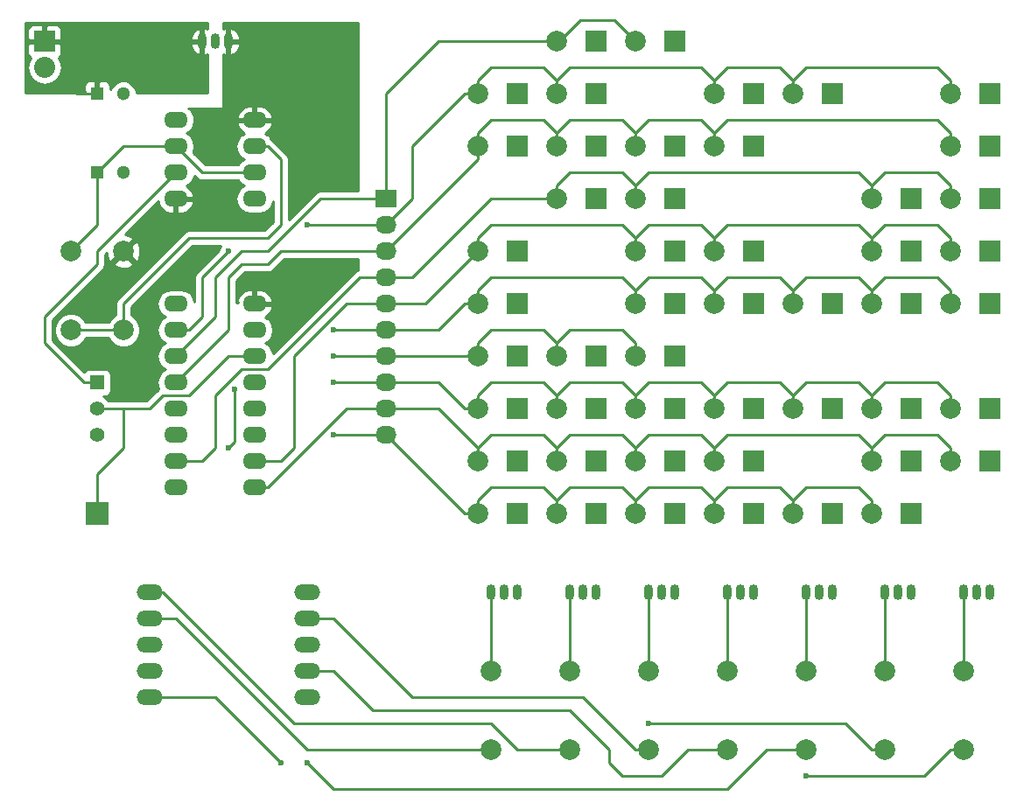
<source format=gbr>
G04 #@! TF.FileFunction,Copper,L1,Top,Signal*
%FSLAX46Y46*%
G04 Gerber Fmt 4.6, Leading zero omitted, Abs format (unit mm)*
G04 Created by KiCad (PCBNEW 4.0.5+dfsg1-4) date Sun May 13 10:15:53 2018*
%MOMM*%
%LPD*%
G01*
G04 APERTURE LIST*
%ADD10C,0.100000*%
%ADD11R,1.300000X1.300000*%
%ADD12C,1.300000*%
%ADD13C,1.998980*%
%ADD14R,1.998980X1.998980*%
%ADD15R,2.032000X2.032000*%
%ADD16O,2.032000X2.032000*%
%ADD17R,2.235200X2.235200*%
%ADD18R,2.032000X1.727200*%
%ADD19O,2.032000X1.727200*%
%ADD20O,0.899160X1.501140*%
%ADD21R,1.397000X1.397000*%
%ADD22C,1.397000*%
%ADD23O,2.300000X1.600000*%
%ADD24O,2.524000X1.524000*%
%ADD25C,0.600000*%
%ADD26C,0.250000*%
%ADD27C,0.254000*%
G04 APERTURE END LIST*
D10*
D11*
X76200000Y-101600000D03*
D12*
X78700000Y-101600000D03*
D11*
X76200000Y-93980000D03*
D12*
X78700000Y-93980000D03*
D13*
X113030000Y-93980000D03*
D14*
X116840000Y-93980000D03*
D13*
X113030000Y-99060000D03*
D14*
X116840000Y-99060000D03*
D13*
X113030000Y-109220000D03*
D14*
X116840000Y-109220000D03*
D13*
X113030000Y-114300000D03*
D14*
X116840000Y-114300000D03*
D13*
X113030000Y-119380000D03*
D14*
X116840000Y-119380000D03*
D13*
X113030000Y-124460000D03*
D14*
X116840000Y-124460000D03*
D13*
X113030000Y-129540000D03*
D14*
X116840000Y-129540000D03*
D13*
X113030000Y-134620000D03*
D14*
X116840000Y-134620000D03*
D13*
X120650000Y-88900000D03*
D14*
X124460000Y-88900000D03*
D13*
X120650000Y-93980000D03*
D14*
X124460000Y-93980000D03*
D13*
X120650000Y-99060000D03*
D14*
X124460000Y-99060000D03*
D13*
X120650000Y-104140000D03*
D14*
X124460000Y-104140000D03*
D13*
X120650000Y-119380000D03*
D14*
X124460000Y-119380000D03*
D13*
X120650000Y-124460000D03*
D14*
X124460000Y-124460000D03*
D13*
X120650000Y-129540000D03*
D14*
X124460000Y-129540000D03*
D13*
X120650000Y-134620000D03*
D14*
X124460000Y-134620000D03*
D13*
X128270000Y-88900000D03*
D14*
X132080000Y-88900000D03*
D13*
X128270000Y-99060000D03*
D14*
X132080000Y-99060000D03*
D13*
X128270000Y-104140000D03*
D14*
X132080000Y-104140000D03*
D13*
X128270000Y-109220000D03*
D14*
X132080000Y-109220000D03*
D13*
X128270000Y-114300000D03*
D14*
X132080000Y-114300000D03*
D13*
X128270000Y-119380000D03*
D14*
X132080000Y-119380000D03*
D13*
X128270000Y-124460000D03*
D14*
X132080000Y-124460000D03*
D13*
X128270000Y-129540000D03*
D14*
X132080000Y-129540000D03*
D13*
X128270000Y-134620000D03*
D14*
X132080000Y-134620000D03*
D13*
X135890000Y-93980000D03*
D14*
X139700000Y-93980000D03*
D13*
X135890000Y-99060000D03*
D14*
X139700000Y-99060000D03*
D13*
X135890000Y-109220000D03*
D14*
X139700000Y-109220000D03*
D13*
X135890000Y-114300000D03*
D14*
X139700000Y-114300000D03*
D13*
X135890000Y-124460000D03*
D14*
X139700000Y-124460000D03*
D13*
X135890000Y-129540000D03*
D14*
X139700000Y-129540000D03*
D13*
X135890000Y-134620000D03*
D14*
X139700000Y-134620000D03*
D13*
X143510000Y-93980000D03*
D14*
X147320000Y-93980000D03*
D13*
X143510000Y-114300000D03*
D14*
X147320000Y-114300000D03*
D13*
X143510000Y-124460000D03*
D14*
X147320000Y-124460000D03*
D13*
X143510000Y-134620000D03*
D14*
X147320000Y-134620000D03*
D13*
X151130000Y-104140000D03*
D14*
X154940000Y-104140000D03*
D13*
X151130000Y-109220000D03*
D14*
X154940000Y-109220000D03*
D13*
X151130000Y-114300000D03*
D14*
X154940000Y-114300000D03*
D13*
X151130000Y-124460000D03*
D14*
X154940000Y-124460000D03*
D13*
X151130000Y-129540000D03*
D14*
X154940000Y-129540000D03*
D13*
X151130000Y-134620000D03*
D14*
X154940000Y-134620000D03*
D13*
X158750000Y-93980000D03*
D14*
X162560000Y-93980000D03*
D13*
X158750000Y-99060000D03*
D14*
X162560000Y-99060000D03*
D13*
X158750000Y-104140000D03*
D14*
X162560000Y-104140000D03*
D13*
X158750000Y-109220000D03*
D14*
X162560000Y-109220000D03*
D13*
X158750000Y-114300000D03*
D14*
X162560000Y-114300000D03*
D13*
X158750000Y-124460000D03*
D14*
X162560000Y-124460000D03*
D13*
X158750000Y-129540000D03*
D14*
X162560000Y-129540000D03*
D15*
X71120000Y-88900000D03*
D16*
X71120000Y-91440000D03*
D17*
X76200000Y-134620000D03*
D18*
X104140000Y-104140000D03*
D19*
X104140000Y-106680000D03*
X104140000Y-109220000D03*
X104140000Y-111760000D03*
X104140000Y-114300000D03*
X104140000Y-116840000D03*
X104140000Y-119380000D03*
X104140000Y-121920000D03*
X104140000Y-124460000D03*
X104140000Y-127000000D03*
D20*
X115570000Y-142240000D03*
X114300000Y-142240000D03*
X116840000Y-142240000D03*
X123190000Y-142240000D03*
X121920000Y-142240000D03*
X124460000Y-142240000D03*
X130810000Y-142240000D03*
X129540000Y-142240000D03*
X132080000Y-142240000D03*
X138430000Y-142240000D03*
X137160000Y-142240000D03*
X139700000Y-142240000D03*
X146050000Y-142240000D03*
X144780000Y-142240000D03*
X147320000Y-142240000D03*
X153670000Y-142240000D03*
X152400000Y-142240000D03*
X154940000Y-142240000D03*
X161290000Y-142240000D03*
X160020000Y-142240000D03*
X162560000Y-142240000D03*
D21*
X76200000Y-121920000D03*
D22*
X76200000Y-124460000D03*
X76200000Y-127000000D03*
D23*
X83820000Y-96520000D03*
X83820000Y-99060000D03*
X83820000Y-101600000D03*
X83820000Y-104140000D03*
X91440000Y-104140000D03*
X91440000Y-101600000D03*
X91440000Y-99060000D03*
X91440000Y-96520000D03*
X83820000Y-114300000D03*
X83820000Y-116840000D03*
X83820000Y-119380000D03*
X83820000Y-121920000D03*
X83820000Y-124460000D03*
X83820000Y-127000000D03*
X83820000Y-129540000D03*
X83820000Y-132080000D03*
X91440000Y-132080000D03*
X91440000Y-129540000D03*
X91440000Y-127000000D03*
X91440000Y-124460000D03*
X91440000Y-121920000D03*
X91440000Y-119380000D03*
X91440000Y-116840000D03*
X91440000Y-114300000D03*
D20*
X87630000Y-88900000D03*
X86360000Y-88900000D03*
X88900000Y-88900000D03*
D24*
X96520000Y-152400000D03*
X96520000Y-149860000D03*
X96520000Y-147320000D03*
X96520000Y-144780000D03*
X96520000Y-142240000D03*
X81280000Y-142240000D03*
X81280000Y-144780000D03*
X81280000Y-147320000D03*
X81280000Y-149860000D03*
X81280000Y-152400000D03*
D13*
X78740000Y-109220000D03*
X78740000Y-116840000D03*
X73660000Y-116840000D03*
X73660000Y-109220000D03*
X114300000Y-149860000D03*
X114300000Y-157480000D03*
X121920000Y-149860000D03*
X121920000Y-157480000D03*
X129540000Y-149860000D03*
X129540000Y-157480000D03*
X137160000Y-149860000D03*
X137160000Y-157480000D03*
X144780000Y-149860000D03*
X144780000Y-157480000D03*
X152400000Y-149860000D03*
X152400000Y-157480000D03*
X160020000Y-149860000D03*
X160020000Y-157480000D03*
D25*
X89535000Y-122555000D03*
X88900000Y-128270000D03*
X96520000Y-106680000D03*
X88900000Y-109220000D03*
X99060000Y-116840000D03*
X99060000Y-119380000D03*
X99060000Y-121920000D03*
X99060000Y-127000000D03*
X96520000Y-158750000D03*
X129540000Y-154940000D03*
X144780000Y-160020000D03*
X93980000Y-158750000D03*
D26*
X76200000Y-101600000D02*
X76200000Y-106680000D01*
X76200000Y-106680000D02*
X73660000Y-109220000D01*
X76200000Y-101600000D02*
X78740000Y-99060000D01*
X78740000Y-99060000D02*
X83820000Y-99060000D01*
X91440000Y-101600000D02*
X86360000Y-101600000D01*
X86360000Y-101600000D02*
X83820000Y-99060000D01*
X89535000Y-127635000D02*
X89535000Y-122555000D01*
X88900000Y-128270000D02*
X89535000Y-127635000D01*
X78740000Y-116840000D02*
X78740000Y-114300000D01*
X92710000Y-99060000D02*
X91440000Y-99060000D01*
X93980000Y-100330000D02*
X92710000Y-99060000D01*
X93980000Y-106680000D02*
X93980000Y-100330000D01*
X92710000Y-107950000D02*
X93980000Y-106680000D01*
X85090000Y-107950000D02*
X92710000Y-107950000D01*
X78740000Y-114300000D02*
X85090000Y-107950000D01*
X73660000Y-116840000D02*
X78740000Y-116840000D01*
X76200000Y-93980000D02*
X74295000Y-93980000D01*
X72390000Y-88900000D02*
X71120000Y-88900000D01*
X73660000Y-90170000D02*
X72390000Y-88900000D01*
X73660000Y-93345000D02*
X73660000Y-90170000D01*
X74295000Y-93980000D02*
X73660000Y-93345000D01*
X143510000Y-93980000D02*
X143510000Y-92710000D01*
X143510000Y-92710000D02*
X144780000Y-91440000D01*
X158750000Y-92710000D02*
X158750000Y-93980000D01*
X157480000Y-91440000D02*
X158750000Y-92710000D01*
X144780000Y-91440000D02*
X157480000Y-91440000D01*
X135890000Y-93980000D02*
X135890000Y-92710000D01*
X135890000Y-92710000D02*
X137160000Y-91440000D01*
X142240000Y-91440000D02*
X143510000Y-92710000D01*
X137160000Y-91440000D02*
X142240000Y-91440000D01*
X120650000Y-93980000D02*
X120650000Y-92710000D01*
X120650000Y-92710000D02*
X121920000Y-91440000D01*
X134620000Y-91440000D02*
X135890000Y-92710000D01*
X121920000Y-91440000D02*
X134620000Y-91440000D01*
X113030000Y-93980000D02*
X113030000Y-92710000D01*
X119380000Y-91440000D02*
X120650000Y-92710000D01*
X114300000Y-91440000D02*
X119380000Y-91440000D01*
X113030000Y-92710000D02*
X114300000Y-91440000D01*
X104140000Y-106680000D02*
X106680000Y-104140000D01*
X111760000Y-93980000D02*
X113030000Y-93980000D01*
X106680000Y-99060000D02*
X111760000Y-93980000D01*
X106680000Y-104140000D02*
X106680000Y-99060000D01*
X83820000Y-116840000D02*
X85090000Y-116840000D01*
X96520000Y-106680000D02*
X104140000Y-106680000D01*
X86360000Y-111760000D02*
X88900000Y-109220000D01*
X86360000Y-115570000D02*
X86360000Y-111760000D01*
X85090000Y-116840000D02*
X86360000Y-115570000D01*
X120650000Y-99060000D02*
X120650000Y-97790000D01*
X120650000Y-97790000D02*
X119380000Y-96520000D01*
X113030000Y-97790000D02*
X113030000Y-99060000D01*
X114300000Y-96520000D02*
X113030000Y-97790000D01*
X119380000Y-96520000D02*
X114300000Y-96520000D01*
X128270000Y-99060000D02*
X128270000Y-97790000D01*
X128270000Y-97790000D02*
X127000000Y-96520000D01*
X121920000Y-96520000D02*
X120650000Y-97790000D01*
X127000000Y-96520000D02*
X121920000Y-96520000D01*
X135890000Y-99060000D02*
X135890000Y-97790000D01*
X135890000Y-97790000D02*
X134620000Y-96520000D01*
X129540000Y-96520000D02*
X128270000Y-97790000D01*
X134620000Y-96520000D02*
X129540000Y-96520000D01*
X158750000Y-99060000D02*
X158750000Y-97790000D01*
X137160000Y-96520000D02*
X135890000Y-97790000D01*
X157480000Y-96520000D02*
X137160000Y-96520000D01*
X158750000Y-97790000D02*
X157480000Y-96520000D01*
X113030000Y-99060000D02*
X113030000Y-100330000D01*
X113030000Y-100330000D02*
X104140000Y-109220000D01*
X104140000Y-109220000D02*
X93980000Y-109220000D01*
X85090000Y-120650000D02*
X83820000Y-121920000D01*
X88900000Y-116840000D02*
X85090000Y-120650000D01*
X88900000Y-111760000D02*
X88900000Y-116840000D01*
X90170000Y-110490000D02*
X88900000Y-111760000D01*
X92710000Y-110490000D02*
X90170000Y-110490000D01*
X93980000Y-109220000D02*
X92710000Y-110490000D01*
X128270000Y-107950000D02*
X128270000Y-109220000D01*
X135890000Y-107950000D02*
X135890000Y-109220000D01*
X151130000Y-107950000D02*
X151130000Y-109220000D01*
X113030000Y-109220000D02*
X113030000Y-107950000D01*
X158750000Y-107950000D02*
X158750000Y-109220000D01*
X157480000Y-106680000D02*
X158750000Y-107950000D01*
X152400000Y-106680000D02*
X157480000Y-106680000D01*
X151130000Y-107950000D02*
X152400000Y-106680000D01*
X149860000Y-106680000D02*
X151130000Y-107950000D01*
X137160000Y-106680000D02*
X149860000Y-106680000D01*
X135890000Y-107950000D02*
X137160000Y-106680000D01*
X134620000Y-106680000D02*
X135890000Y-107950000D01*
X129540000Y-106680000D02*
X134620000Y-106680000D01*
X128270000Y-107950000D02*
X129540000Y-106680000D01*
X127000000Y-106680000D02*
X128270000Y-107950000D01*
X114300000Y-106680000D02*
X127000000Y-106680000D01*
X113030000Y-107950000D02*
X114300000Y-106680000D01*
X104140000Y-114300000D02*
X107950000Y-114300000D01*
X107950000Y-114300000D02*
X113030000Y-109220000D01*
X104140000Y-114300000D02*
X100330000Y-114300000D01*
X93980000Y-129540000D02*
X91440000Y-129540000D01*
X95250000Y-128270000D02*
X93980000Y-129540000D01*
X95250000Y-119380000D02*
X95250000Y-128270000D01*
X100330000Y-114300000D02*
X95250000Y-119380000D01*
X135890000Y-113030000D02*
X135890000Y-114300000D01*
X143510000Y-113030000D02*
X143510000Y-114300000D01*
X151130000Y-113030000D02*
X151130000Y-114300000D01*
X128270000Y-114300000D02*
X128270000Y-113030000D01*
X128270000Y-113030000D02*
X129540000Y-111760000D01*
X158750000Y-113030000D02*
X158750000Y-114300000D01*
X157480000Y-111760000D02*
X158750000Y-113030000D01*
X152400000Y-111760000D02*
X157480000Y-111760000D01*
X151130000Y-113030000D02*
X152400000Y-111760000D01*
X149860000Y-111760000D02*
X151130000Y-113030000D01*
X144780000Y-111760000D02*
X149860000Y-111760000D01*
X143510000Y-113030000D02*
X144780000Y-111760000D01*
X142240000Y-111760000D02*
X143510000Y-113030000D01*
X137160000Y-111760000D02*
X142240000Y-111760000D01*
X135890000Y-113030000D02*
X137160000Y-111760000D01*
X134620000Y-111760000D02*
X135890000Y-113030000D01*
X129540000Y-111760000D02*
X134620000Y-111760000D01*
X113030000Y-114300000D02*
X113030000Y-113030000D01*
X127000000Y-111760000D02*
X128270000Y-113030000D01*
X114300000Y-111760000D02*
X127000000Y-111760000D01*
X113030000Y-113030000D02*
X114300000Y-111760000D01*
X113030000Y-114300000D02*
X111760000Y-114300000D01*
X109220000Y-116840000D02*
X104140000Y-116840000D01*
X111760000Y-114300000D02*
X109220000Y-116840000D01*
X104140000Y-116840000D02*
X99060000Y-116840000D01*
X120650000Y-119380000D02*
X120650000Y-118110000D01*
X120650000Y-118110000D02*
X121920000Y-116840000D01*
X128270000Y-118110000D02*
X128270000Y-119380000D01*
X127000000Y-116840000D02*
X128270000Y-118110000D01*
X121920000Y-116840000D02*
X127000000Y-116840000D01*
X113030000Y-119380000D02*
X113030000Y-118110000D01*
X119380000Y-116840000D02*
X120650000Y-118110000D01*
X114300000Y-116840000D02*
X119380000Y-116840000D01*
X113030000Y-118110000D02*
X114300000Y-116840000D01*
X113030000Y-119380000D02*
X104140000Y-119380000D01*
X99060000Y-119380000D02*
X104140000Y-119380000D01*
X151130000Y-124460000D02*
X151130000Y-123190000D01*
X151130000Y-123190000D02*
X152400000Y-121920000D01*
X158750000Y-123190000D02*
X158750000Y-124460000D01*
X157480000Y-121920000D02*
X158750000Y-123190000D01*
X152400000Y-121920000D02*
X157480000Y-121920000D01*
X143510000Y-124460000D02*
X143510000Y-123190000D01*
X143510000Y-123190000D02*
X144780000Y-121920000D01*
X149860000Y-121920000D02*
X151130000Y-123190000D01*
X144780000Y-121920000D02*
X149860000Y-121920000D01*
X135890000Y-124460000D02*
X135890000Y-123190000D01*
X135890000Y-123190000D02*
X137160000Y-121920000D01*
X142240000Y-121920000D02*
X143510000Y-123190000D01*
X137160000Y-121920000D02*
X142240000Y-121920000D01*
X128270000Y-124460000D02*
X128270000Y-123190000D01*
X128270000Y-123190000D02*
X129540000Y-121920000D01*
X134620000Y-121920000D02*
X135890000Y-123190000D01*
X129540000Y-121920000D02*
X134620000Y-121920000D01*
X120650000Y-124460000D02*
X120650000Y-123190000D01*
X120650000Y-123190000D02*
X121920000Y-121920000D01*
X127000000Y-121920000D02*
X128270000Y-123190000D01*
X121920000Y-121920000D02*
X127000000Y-121920000D01*
X113030000Y-124460000D02*
X113030000Y-123190000D01*
X119380000Y-121920000D02*
X120650000Y-123190000D01*
X114300000Y-121920000D02*
X119380000Y-121920000D01*
X113030000Y-123190000D02*
X114300000Y-121920000D01*
X113030000Y-124460000D02*
X111760000Y-124460000D01*
X109220000Y-121920000D02*
X104140000Y-121920000D01*
X111760000Y-124460000D02*
X109220000Y-121920000D01*
X104140000Y-121920000D02*
X99060000Y-121920000D01*
X120650000Y-129540000D02*
X120650000Y-128270000D01*
X120650000Y-128270000D02*
X119380000Y-127000000D01*
X114300000Y-127000000D02*
X113030000Y-128270000D01*
X119380000Y-127000000D02*
X114300000Y-127000000D01*
X113030000Y-128270000D02*
X113030000Y-129540000D01*
X128270000Y-129540000D02*
X128270000Y-128270000D01*
X128270000Y-128270000D02*
X127000000Y-127000000D01*
X121920000Y-127000000D02*
X120650000Y-128270000D01*
X127000000Y-127000000D02*
X121920000Y-127000000D01*
X135890000Y-129540000D02*
X135890000Y-128270000D01*
X135890000Y-128270000D02*
X134620000Y-127000000D01*
X129540000Y-127000000D02*
X128270000Y-128270000D01*
X134620000Y-127000000D02*
X129540000Y-127000000D01*
X151130000Y-129540000D02*
X151130000Y-128270000D01*
X151130000Y-128270000D02*
X149860000Y-127000000D01*
X137160000Y-127000000D02*
X135890000Y-128270000D01*
X149860000Y-127000000D02*
X137160000Y-127000000D01*
X158750000Y-129540000D02*
X158750000Y-128270000D01*
X152400000Y-127000000D02*
X151130000Y-128270000D01*
X157480000Y-127000000D02*
X152400000Y-127000000D01*
X158750000Y-128270000D02*
X157480000Y-127000000D01*
X113030000Y-129540000D02*
X113030000Y-128270000D01*
X109220000Y-124460000D02*
X104140000Y-124460000D01*
X113030000Y-128270000D02*
X109220000Y-124460000D01*
X104140000Y-124460000D02*
X100330000Y-124460000D01*
X92710000Y-132080000D02*
X91440000Y-132080000D01*
X100330000Y-124460000D02*
X92710000Y-132080000D01*
X143510000Y-134620000D02*
X143510000Y-133350000D01*
X143510000Y-133350000D02*
X144780000Y-132080000D01*
X151130000Y-133350000D02*
X151130000Y-134620000D01*
X149860000Y-132080000D02*
X151130000Y-133350000D01*
X144780000Y-132080000D02*
X149860000Y-132080000D01*
X135890000Y-134620000D02*
X135890000Y-133350000D01*
X135890000Y-133350000D02*
X137160000Y-132080000D01*
X142240000Y-132080000D02*
X143510000Y-133350000D01*
X137160000Y-132080000D02*
X142240000Y-132080000D01*
X128270000Y-134620000D02*
X128270000Y-133350000D01*
X128270000Y-133350000D02*
X129540000Y-132080000D01*
X134620000Y-132080000D02*
X135890000Y-133350000D01*
X129540000Y-132080000D02*
X134620000Y-132080000D01*
X120650000Y-134620000D02*
X120650000Y-133350000D01*
X120650000Y-133350000D02*
X121920000Y-132080000D01*
X127000000Y-132080000D02*
X128270000Y-133350000D01*
X121920000Y-132080000D02*
X127000000Y-132080000D01*
X113030000Y-134620000D02*
X113030000Y-133350000D01*
X119380000Y-132080000D02*
X120650000Y-133350000D01*
X114300000Y-132080000D02*
X119380000Y-132080000D01*
X113030000Y-133350000D02*
X114300000Y-132080000D01*
X113030000Y-134620000D02*
X111760000Y-134620000D01*
X111760000Y-134620000D02*
X104140000Y-127000000D01*
X104140000Y-127000000D02*
X99060000Y-127000000D01*
X120650000Y-88900000D02*
X120904000Y-88900000D01*
X120904000Y-88900000D02*
X122936000Y-86868000D01*
X126238000Y-86868000D02*
X128270000Y-88900000D01*
X122936000Y-86868000D02*
X126238000Y-86868000D01*
X120650000Y-88900000D02*
X109220000Y-88900000D01*
X104140000Y-93980000D02*
X104140000Y-104140000D01*
X109220000Y-88900000D02*
X104140000Y-93980000D01*
X83820000Y-119380000D02*
X87630000Y-115570000D01*
X97790000Y-104140000D02*
X104140000Y-104140000D01*
X92710000Y-109220000D02*
X97790000Y-104140000D01*
X90170000Y-109220000D02*
X92710000Y-109220000D01*
X87630000Y-111760000D02*
X90170000Y-109220000D01*
X87630000Y-115570000D02*
X87630000Y-111760000D01*
X128270000Y-102870000D02*
X128270000Y-104140000D01*
X151130000Y-104140000D02*
X151130000Y-102870000D01*
X120650000Y-104140000D02*
X120650000Y-102870000D01*
X158750000Y-102870000D02*
X158750000Y-104140000D01*
X157480000Y-101600000D02*
X158750000Y-102870000D01*
X152400000Y-101600000D02*
X157480000Y-101600000D01*
X151130000Y-102870000D02*
X152400000Y-101600000D01*
X149860000Y-101600000D02*
X151130000Y-102870000D01*
X129540000Y-101600000D02*
X149860000Y-101600000D01*
X128270000Y-102870000D02*
X129540000Y-101600000D01*
X127000000Y-101600000D02*
X128270000Y-102870000D01*
X121920000Y-101600000D02*
X127000000Y-101600000D01*
X120650000Y-102870000D02*
X121920000Y-101600000D01*
X120650000Y-104140000D02*
X114300000Y-104140000D01*
X106680000Y-111760000D02*
X104140000Y-111760000D01*
X114300000Y-104140000D02*
X106680000Y-111760000D01*
X104140000Y-111760000D02*
X101600000Y-111760000D01*
X86360000Y-129540000D02*
X83820000Y-129540000D01*
X87630000Y-128270000D02*
X86360000Y-129540000D01*
X87630000Y-123190000D02*
X87630000Y-128270000D01*
X90170000Y-120650000D02*
X87630000Y-123190000D01*
X92710000Y-120650000D02*
X90170000Y-120650000D01*
X101600000Y-111760000D02*
X92710000Y-120650000D01*
X78740000Y-124460000D02*
X78740000Y-128270000D01*
X76200000Y-130810000D02*
X76200000Y-134620000D01*
X78740000Y-128270000D02*
X76200000Y-130810000D01*
X76200000Y-124460000D02*
X78740000Y-124460000D01*
X78740000Y-124460000D02*
X81280000Y-124460000D01*
X88900000Y-119380000D02*
X91440000Y-119380000D01*
X85090000Y-123190000D02*
X88900000Y-119380000D01*
X82550000Y-123190000D02*
X85090000Y-123190000D01*
X81280000Y-124460000D02*
X82550000Y-123190000D01*
X114300000Y-142240000D02*
X114300000Y-149860000D01*
X121920000Y-142240000D02*
X121920000Y-149860000D01*
X129540000Y-142240000D02*
X129540000Y-149860000D01*
X137160000Y-142240000D02*
X137160000Y-149860000D01*
X144780000Y-142240000D02*
X144780000Y-149860000D01*
X152400000Y-142240000D02*
X152400000Y-149860000D01*
X160020000Y-142240000D02*
X160020000Y-149860000D01*
X114300000Y-157480000D02*
X96520000Y-157480000D01*
X83820000Y-144780000D02*
X81280000Y-144780000D01*
X96520000Y-157480000D02*
X83820000Y-144780000D01*
X121920000Y-157480000D02*
X116840000Y-157480000D01*
X82550000Y-142240000D02*
X81280000Y-142240000D01*
X95250000Y-154940000D02*
X82550000Y-142240000D01*
X114300000Y-154940000D02*
X95250000Y-154940000D01*
X116840000Y-157480000D02*
X114300000Y-154940000D01*
X129540000Y-157480000D02*
X128270000Y-157480000D01*
X99060000Y-144780000D02*
X96520000Y-144780000D01*
X106680000Y-152400000D02*
X99060000Y-144780000D01*
X123190000Y-152400000D02*
X106680000Y-152400000D01*
X128270000Y-157480000D02*
X123190000Y-152400000D01*
X125730000Y-158750000D02*
X125730000Y-157480000D01*
X133350000Y-157480000D02*
X130810000Y-160020000D01*
X130810000Y-160020000D02*
X127000000Y-160020000D01*
X127000000Y-160020000D02*
X125730000Y-158750000D01*
X137160000Y-157480000D02*
X133350000Y-157480000D01*
X99060000Y-149860000D02*
X96520000Y-149860000D01*
X102870000Y-153670000D02*
X99060000Y-149860000D01*
X121920000Y-153670000D02*
X102870000Y-153670000D01*
X125730000Y-157480000D02*
X121920000Y-153670000D01*
X144780000Y-157480000D02*
X140970000Y-157480000D01*
X99060000Y-161290000D02*
X96520000Y-158750000D01*
X137160000Y-161290000D02*
X99060000Y-161290000D01*
X140970000Y-157480000D02*
X137160000Y-161290000D01*
X151130000Y-157480000D02*
X152400000Y-157480000D01*
X148590000Y-154940000D02*
X151130000Y-157480000D01*
X129540000Y-154940000D02*
X148590000Y-154940000D01*
X81280000Y-152400000D02*
X87630000Y-152400000D01*
X158750000Y-157480000D02*
X160020000Y-157480000D01*
X156210000Y-160020000D02*
X158750000Y-157480000D01*
X144780000Y-160020000D02*
X156210000Y-160020000D01*
X87630000Y-152400000D02*
X93980000Y-158750000D01*
X83820000Y-101600000D02*
X80010000Y-105410000D01*
X74930000Y-121920000D02*
X76200000Y-121920000D01*
X71120000Y-118110000D02*
X74930000Y-121920000D01*
X71120000Y-115570000D02*
X71120000Y-118110000D01*
X76200000Y-110490000D02*
X71120000Y-115570000D01*
X76200000Y-109220000D02*
X76200000Y-110490000D01*
X80010000Y-105410000D02*
X76200000Y-109220000D01*
D27*
G36*
X86868000Y-87659642D02*
X86653935Y-87555019D01*
X86487000Y-87681932D01*
X86487000Y-88773000D01*
X86507000Y-88773000D01*
X86507000Y-89027000D01*
X86487000Y-89027000D01*
X86487000Y-90118068D01*
X86653935Y-90244981D01*
X86868000Y-90140358D01*
X86868000Y-93853000D01*
X79985112Y-93853000D01*
X79985223Y-93725519D01*
X79790005Y-93253057D01*
X79428845Y-92891265D01*
X78956724Y-92695223D01*
X78445519Y-92694777D01*
X77973057Y-92889995D01*
X77611265Y-93251155D01*
X77485000Y-93555235D01*
X77485000Y-93203690D01*
X77388327Y-92970301D01*
X77209698Y-92791673D01*
X76976309Y-92695000D01*
X76485750Y-92695000D01*
X76327000Y-92853750D01*
X76327000Y-93853000D01*
X76073000Y-93853000D01*
X76073000Y-92853750D01*
X75914250Y-92695000D01*
X75423691Y-92695000D01*
X75190302Y-92791673D01*
X75011673Y-92970301D01*
X74915000Y-93203690D01*
X74915000Y-93694250D01*
X75073748Y-93852998D01*
X74915000Y-93852998D01*
X74915000Y-93853000D01*
X69290000Y-93853000D01*
X69290000Y-91440000D01*
X69436655Y-91440000D01*
X69562330Y-92071810D01*
X69920222Y-92607433D01*
X70455845Y-92965325D01*
X71087655Y-93091000D01*
X71152345Y-93091000D01*
X71784155Y-92965325D01*
X72319778Y-92607433D01*
X72677670Y-92071810D01*
X72803345Y-91440000D01*
X72677670Y-90808190D01*
X72453034Y-90471999D01*
X72495698Y-90454327D01*
X72674327Y-90275699D01*
X72771000Y-90042310D01*
X72771000Y-89185750D01*
X72612250Y-89027000D01*
X85275420Y-89027000D01*
X85275420Y-89327990D01*
X85406580Y-89733373D01*
X85682889Y-90057706D01*
X86066065Y-90244981D01*
X86233000Y-90118068D01*
X86233000Y-89027000D01*
X85275420Y-89027000D01*
X72612250Y-89027000D01*
X71247000Y-89027000D01*
X71247000Y-89047000D01*
X70993000Y-89047000D01*
X70993000Y-89027000D01*
X69627750Y-89027000D01*
X69469000Y-89185750D01*
X69469000Y-90042310D01*
X69565673Y-90275699D01*
X69744302Y-90454327D01*
X69786966Y-90471999D01*
X69562330Y-90808190D01*
X69436655Y-91440000D01*
X69290000Y-91440000D01*
X69290000Y-87757690D01*
X69469000Y-87757690D01*
X69469000Y-88614250D01*
X69627750Y-88773000D01*
X70993000Y-88773000D01*
X70993000Y-87407750D01*
X71247000Y-87407750D01*
X71247000Y-88773000D01*
X72612250Y-88773000D01*
X72771000Y-88614250D01*
X72771000Y-88472010D01*
X85275420Y-88472010D01*
X85275420Y-88773000D01*
X86233000Y-88773000D01*
X86233000Y-87681932D01*
X86066065Y-87555019D01*
X85682889Y-87742294D01*
X85406580Y-88066627D01*
X85275420Y-88472010D01*
X72771000Y-88472010D01*
X72771000Y-87757690D01*
X72674327Y-87524301D01*
X72495698Y-87345673D01*
X72262309Y-87249000D01*
X71405750Y-87249000D01*
X71247000Y-87407750D01*
X70993000Y-87407750D01*
X70834250Y-87249000D01*
X69977691Y-87249000D01*
X69744302Y-87345673D01*
X69565673Y-87524301D01*
X69469000Y-87757690D01*
X69290000Y-87757690D01*
X69290000Y-87070000D01*
X86868000Y-87070000D01*
X86868000Y-87659642D01*
X86868000Y-87659642D01*
G37*
X86868000Y-87659642D02*
X86653935Y-87555019D01*
X86487000Y-87681932D01*
X86487000Y-88773000D01*
X86507000Y-88773000D01*
X86507000Y-89027000D01*
X86487000Y-89027000D01*
X86487000Y-90118068D01*
X86653935Y-90244981D01*
X86868000Y-90140358D01*
X86868000Y-93853000D01*
X79985112Y-93853000D01*
X79985223Y-93725519D01*
X79790005Y-93253057D01*
X79428845Y-92891265D01*
X78956724Y-92695223D01*
X78445519Y-92694777D01*
X77973057Y-92889995D01*
X77611265Y-93251155D01*
X77485000Y-93555235D01*
X77485000Y-93203690D01*
X77388327Y-92970301D01*
X77209698Y-92791673D01*
X76976309Y-92695000D01*
X76485750Y-92695000D01*
X76327000Y-92853750D01*
X76327000Y-93853000D01*
X76073000Y-93853000D01*
X76073000Y-92853750D01*
X75914250Y-92695000D01*
X75423691Y-92695000D01*
X75190302Y-92791673D01*
X75011673Y-92970301D01*
X74915000Y-93203690D01*
X74915000Y-93694250D01*
X75073748Y-93852998D01*
X74915000Y-93852998D01*
X74915000Y-93853000D01*
X69290000Y-93853000D01*
X69290000Y-91440000D01*
X69436655Y-91440000D01*
X69562330Y-92071810D01*
X69920222Y-92607433D01*
X70455845Y-92965325D01*
X71087655Y-93091000D01*
X71152345Y-93091000D01*
X71784155Y-92965325D01*
X72319778Y-92607433D01*
X72677670Y-92071810D01*
X72803345Y-91440000D01*
X72677670Y-90808190D01*
X72453034Y-90471999D01*
X72495698Y-90454327D01*
X72674327Y-90275699D01*
X72771000Y-90042310D01*
X72771000Y-89185750D01*
X72612250Y-89027000D01*
X85275420Y-89027000D01*
X85275420Y-89327990D01*
X85406580Y-89733373D01*
X85682889Y-90057706D01*
X86066065Y-90244981D01*
X86233000Y-90118068D01*
X86233000Y-89027000D01*
X85275420Y-89027000D01*
X72612250Y-89027000D01*
X71247000Y-89027000D01*
X71247000Y-89047000D01*
X70993000Y-89047000D01*
X70993000Y-89027000D01*
X69627750Y-89027000D01*
X69469000Y-89185750D01*
X69469000Y-90042310D01*
X69565673Y-90275699D01*
X69744302Y-90454327D01*
X69786966Y-90471999D01*
X69562330Y-90808190D01*
X69436655Y-91440000D01*
X69290000Y-91440000D01*
X69290000Y-87757690D01*
X69469000Y-87757690D01*
X69469000Y-88614250D01*
X69627750Y-88773000D01*
X70993000Y-88773000D01*
X70993000Y-87407750D01*
X71247000Y-87407750D01*
X71247000Y-88773000D01*
X72612250Y-88773000D01*
X72771000Y-88614250D01*
X72771000Y-88472010D01*
X85275420Y-88472010D01*
X85275420Y-88773000D01*
X86233000Y-88773000D01*
X86233000Y-87681932D01*
X86066065Y-87555019D01*
X85682889Y-87742294D01*
X85406580Y-88066627D01*
X85275420Y-88472010D01*
X72771000Y-88472010D01*
X72771000Y-87757690D01*
X72674327Y-87524301D01*
X72495698Y-87345673D01*
X72262309Y-87249000D01*
X71405750Y-87249000D01*
X71247000Y-87407750D01*
X70993000Y-87407750D01*
X70834250Y-87249000D01*
X69977691Y-87249000D01*
X69744302Y-87345673D01*
X69565673Y-87524301D01*
X69469000Y-87757690D01*
X69290000Y-87757690D01*
X69290000Y-87070000D01*
X86868000Y-87070000D01*
X86868000Y-87659642D01*
G36*
X85822599Y-102137401D02*
X86069160Y-102302148D01*
X86117414Y-102311746D01*
X86360000Y-102360000D01*
X89870148Y-102360000D01*
X90040332Y-102614698D01*
X90422418Y-102870000D01*
X90040332Y-103125302D01*
X89729263Y-103590849D01*
X89620030Y-104140000D01*
X89729263Y-104689151D01*
X90040332Y-105154698D01*
X90505879Y-105465767D01*
X91055030Y-105575000D01*
X91824970Y-105575000D01*
X92374121Y-105465767D01*
X92839668Y-105154698D01*
X93150737Y-104689151D01*
X93220000Y-104340943D01*
X93220000Y-106365198D01*
X92395198Y-107190000D01*
X85090000Y-107190000D01*
X84799161Y-107247852D01*
X84552599Y-107412599D01*
X78202599Y-113762599D01*
X78037852Y-114009161D01*
X77980000Y-114300000D01*
X77980000Y-115385504D01*
X77815345Y-115453538D01*
X77355154Y-115912927D01*
X77285779Y-116080000D01*
X75114496Y-116080000D01*
X75046462Y-115915345D01*
X74587073Y-115455154D01*
X73986547Y-115205794D01*
X73336306Y-115205226D01*
X72735345Y-115453538D01*
X72275154Y-115912927D01*
X72025794Y-116513453D01*
X72025226Y-117163694D01*
X72273538Y-117764655D01*
X72732927Y-118224846D01*
X73333453Y-118474206D01*
X73983694Y-118474774D01*
X74584655Y-118226462D01*
X75044846Y-117767073D01*
X75114221Y-117600000D01*
X77285504Y-117600000D01*
X77353538Y-117764655D01*
X77812927Y-118224846D01*
X78413453Y-118474206D01*
X79063694Y-118474774D01*
X79664655Y-118226462D01*
X80124846Y-117767073D01*
X80374206Y-117166547D01*
X80374774Y-116516306D01*
X80126462Y-115915345D01*
X79667073Y-115455154D01*
X79500000Y-115385779D01*
X79500000Y-114614802D01*
X85404802Y-108710000D01*
X88099367Y-108710000D01*
X87965162Y-109033201D01*
X87965121Y-109080077D01*
X85822599Y-111222599D01*
X85657852Y-111469161D01*
X85600000Y-111760000D01*
X85600000Y-114099057D01*
X85530737Y-113750849D01*
X85219668Y-113285302D01*
X84754121Y-112974233D01*
X84204970Y-112865000D01*
X83435030Y-112865000D01*
X82885879Y-112974233D01*
X82420332Y-113285302D01*
X82109263Y-113750849D01*
X82000030Y-114300000D01*
X82109263Y-114849151D01*
X82420332Y-115314698D01*
X82802418Y-115570000D01*
X82420332Y-115825302D01*
X82109263Y-116290849D01*
X82000030Y-116840000D01*
X82109263Y-117389151D01*
X82420332Y-117854698D01*
X82802418Y-118110000D01*
X82420332Y-118365302D01*
X82109263Y-118830849D01*
X82000030Y-119380000D01*
X82109263Y-119929151D01*
X82420332Y-120394698D01*
X82802418Y-120650000D01*
X82420332Y-120905302D01*
X82109263Y-121370849D01*
X82000030Y-121920000D01*
X82109263Y-122469151D01*
X82164169Y-122551323D01*
X82012599Y-122652599D01*
X80965198Y-123700000D01*
X77325536Y-123700000D01*
X76956353Y-123330173D01*
X76801663Y-123265940D01*
X76898500Y-123265940D01*
X77133817Y-123221662D01*
X77349941Y-123082590D01*
X77494931Y-122870390D01*
X77545940Y-122618500D01*
X77545940Y-121221500D01*
X77501662Y-120986183D01*
X77362590Y-120770059D01*
X77150390Y-120625069D01*
X76898500Y-120574060D01*
X75501500Y-120574060D01*
X75266183Y-120618338D01*
X75050059Y-120757410D01*
X74965690Y-120880888D01*
X71880000Y-117795198D01*
X71880000Y-115884802D01*
X76737401Y-111027401D01*
X76902148Y-110780839D01*
X76960000Y-110490000D01*
X76960000Y-110372163D01*
X77767443Y-110372163D01*
X77866042Y-110638965D01*
X78475582Y-110865401D01*
X79125377Y-110841341D01*
X79613958Y-110638965D01*
X79712557Y-110372163D01*
X78740000Y-109399605D01*
X77767443Y-110372163D01*
X76960000Y-110372163D01*
X76960000Y-109534802D01*
X77110474Y-109384328D01*
X77118659Y-109605377D01*
X77321035Y-110093958D01*
X77587837Y-110192557D01*
X78560395Y-109220000D01*
X78919605Y-109220000D01*
X79892163Y-110192557D01*
X80158965Y-110093958D01*
X80385401Y-109484418D01*
X80361341Y-108834623D01*
X80158965Y-108346042D01*
X79892163Y-108247443D01*
X78919605Y-109220000D01*
X78560395Y-109220000D01*
X78546252Y-109205858D01*
X78725858Y-109026252D01*
X78740000Y-109040395D01*
X79712557Y-108067837D01*
X79613958Y-107801035D01*
X79004418Y-107574599D01*
X78916965Y-107577837D01*
X82166290Y-104328512D01*
X82078096Y-104489039D01*
X82095633Y-104571819D01*
X82365500Y-105064896D01*
X82803517Y-105417166D01*
X83343000Y-105575000D01*
X83693000Y-105575000D01*
X83693000Y-104267000D01*
X83947000Y-104267000D01*
X83947000Y-105575000D01*
X84297000Y-105575000D01*
X84836483Y-105417166D01*
X85274500Y-105064896D01*
X85544367Y-104571819D01*
X85561904Y-104489039D01*
X85439915Y-104267000D01*
X83947000Y-104267000D01*
X83693000Y-104267000D01*
X83673000Y-104267000D01*
X83673000Y-104013000D01*
X83693000Y-104013000D01*
X83693000Y-103993000D01*
X83947000Y-103993000D01*
X83947000Y-104013000D01*
X85439915Y-104013000D01*
X85561904Y-103790961D01*
X85544367Y-103708181D01*
X85274500Y-103215104D01*
X84841849Y-102867149D01*
X85219668Y-102614698D01*
X85530737Y-102149151D01*
X85581110Y-101895912D01*
X85822599Y-102137401D01*
X85822599Y-102137401D01*
G37*
X85822599Y-102137401D02*
X86069160Y-102302148D01*
X86117414Y-102311746D01*
X86360000Y-102360000D01*
X89870148Y-102360000D01*
X90040332Y-102614698D01*
X90422418Y-102870000D01*
X90040332Y-103125302D01*
X89729263Y-103590849D01*
X89620030Y-104140000D01*
X89729263Y-104689151D01*
X90040332Y-105154698D01*
X90505879Y-105465767D01*
X91055030Y-105575000D01*
X91824970Y-105575000D01*
X92374121Y-105465767D01*
X92839668Y-105154698D01*
X93150737Y-104689151D01*
X93220000Y-104340943D01*
X93220000Y-106365198D01*
X92395198Y-107190000D01*
X85090000Y-107190000D01*
X84799161Y-107247852D01*
X84552599Y-107412599D01*
X78202599Y-113762599D01*
X78037852Y-114009161D01*
X77980000Y-114300000D01*
X77980000Y-115385504D01*
X77815345Y-115453538D01*
X77355154Y-115912927D01*
X77285779Y-116080000D01*
X75114496Y-116080000D01*
X75046462Y-115915345D01*
X74587073Y-115455154D01*
X73986547Y-115205794D01*
X73336306Y-115205226D01*
X72735345Y-115453538D01*
X72275154Y-115912927D01*
X72025794Y-116513453D01*
X72025226Y-117163694D01*
X72273538Y-117764655D01*
X72732927Y-118224846D01*
X73333453Y-118474206D01*
X73983694Y-118474774D01*
X74584655Y-118226462D01*
X75044846Y-117767073D01*
X75114221Y-117600000D01*
X77285504Y-117600000D01*
X77353538Y-117764655D01*
X77812927Y-118224846D01*
X78413453Y-118474206D01*
X79063694Y-118474774D01*
X79664655Y-118226462D01*
X80124846Y-117767073D01*
X80374206Y-117166547D01*
X80374774Y-116516306D01*
X80126462Y-115915345D01*
X79667073Y-115455154D01*
X79500000Y-115385779D01*
X79500000Y-114614802D01*
X85404802Y-108710000D01*
X88099367Y-108710000D01*
X87965162Y-109033201D01*
X87965121Y-109080077D01*
X85822599Y-111222599D01*
X85657852Y-111469161D01*
X85600000Y-111760000D01*
X85600000Y-114099057D01*
X85530737Y-113750849D01*
X85219668Y-113285302D01*
X84754121Y-112974233D01*
X84204970Y-112865000D01*
X83435030Y-112865000D01*
X82885879Y-112974233D01*
X82420332Y-113285302D01*
X82109263Y-113750849D01*
X82000030Y-114300000D01*
X82109263Y-114849151D01*
X82420332Y-115314698D01*
X82802418Y-115570000D01*
X82420332Y-115825302D01*
X82109263Y-116290849D01*
X82000030Y-116840000D01*
X82109263Y-117389151D01*
X82420332Y-117854698D01*
X82802418Y-118110000D01*
X82420332Y-118365302D01*
X82109263Y-118830849D01*
X82000030Y-119380000D01*
X82109263Y-119929151D01*
X82420332Y-120394698D01*
X82802418Y-120650000D01*
X82420332Y-120905302D01*
X82109263Y-121370849D01*
X82000030Y-121920000D01*
X82109263Y-122469151D01*
X82164169Y-122551323D01*
X82012599Y-122652599D01*
X80965198Y-123700000D01*
X77325536Y-123700000D01*
X76956353Y-123330173D01*
X76801663Y-123265940D01*
X76898500Y-123265940D01*
X77133817Y-123221662D01*
X77349941Y-123082590D01*
X77494931Y-122870390D01*
X77545940Y-122618500D01*
X77545940Y-121221500D01*
X77501662Y-120986183D01*
X77362590Y-120770059D01*
X77150390Y-120625069D01*
X76898500Y-120574060D01*
X75501500Y-120574060D01*
X75266183Y-120618338D01*
X75050059Y-120757410D01*
X74965690Y-120880888D01*
X71880000Y-117795198D01*
X71880000Y-115884802D01*
X76737401Y-111027401D01*
X76902148Y-110780839D01*
X76960000Y-110490000D01*
X76960000Y-110372163D01*
X77767443Y-110372163D01*
X77866042Y-110638965D01*
X78475582Y-110865401D01*
X79125377Y-110841341D01*
X79613958Y-110638965D01*
X79712557Y-110372163D01*
X78740000Y-109399605D01*
X77767443Y-110372163D01*
X76960000Y-110372163D01*
X76960000Y-109534802D01*
X77110474Y-109384328D01*
X77118659Y-109605377D01*
X77321035Y-110093958D01*
X77587837Y-110192557D01*
X78560395Y-109220000D01*
X78919605Y-109220000D01*
X79892163Y-110192557D01*
X80158965Y-110093958D01*
X80385401Y-109484418D01*
X80361341Y-108834623D01*
X80158965Y-108346042D01*
X79892163Y-108247443D01*
X78919605Y-109220000D01*
X78560395Y-109220000D01*
X78546252Y-109205858D01*
X78725858Y-109026252D01*
X78740000Y-109040395D01*
X79712557Y-108067837D01*
X79613958Y-107801035D01*
X79004418Y-107574599D01*
X78916965Y-107577837D01*
X82166290Y-104328512D01*
X82078096Y-104489039D01*
X82095633Y-104571819D01*
X82365500Y-105064896D01*
X82803517Y-105417166D01*
X83343000Y-105575000D01*
X83693000Y-105575000D01*
X83693000Y-104267000D01*
X83947000Y-104267000D01*
X83947000Y-105575000D01*
X84297000Y-105575000D01*
X84836483Y-105417166D01*
X85274500Y-105064896D01*
X85544367Y-104571819D01*
X85561904Y-104489039D01*
X85439915Y-104267000D01*
X83947000Y-104267000D01*
X83693000Y-104267000D01*
X83673000Y-104267000D01*
X83673000Y-104013000D01*
X83693000Y-104013000D01*
X83693000Y-103993000D01*
X83947000Y-103993000D01*
X83947000Y-104013000D01*
X85439915Y-104013000D01*
X85561904Y-103790961D01*
X85544367Y-103708181D01*
X85274500Y-103215104D01*
X84841849Y-102867149D01*
X85219668Y-102614698D01*
X85530737Y-102149151D01*
X85581110Y-101895912D01*
X85822599Y-102137401D01*
G36*
X101473000Y-111025262D02*
X101309161Y-111057852D01*
X101062599Y-111222599D01*
X93201110Y-119084088D01*
X93150737Y-118830849D01*
X92839668Y-118365302D01*
X92457582Y-118110000D01*
X92839668Y-117854698D01*
X93150737Y-117389151D01*
X93259970Y-116840000D01*
X93150737Y-116290849D01*
X92839668Y-115825302D01*
X92461849Y-115572851D01*
X92894500Y-115224896D01*
X93164367Y-114731819D01*
X93181904Y-114649039D01*
X93059915Y-114427000D01*
X91567000Y-114427000D01*
X91567000Y-114447000D01*
X91313000Y-114447000D01*
X91313000Y-114427000D01*
X91293000Y-114427000D01*
X91293000Y-114173000D01*
X91313000Y-114173000D01*
X91313000Y-112865000D01*
X91567000Y-112865000D01*
X91567000Y-114173000D01*
X93059915Y-114173000D01*
X93181904Y-113950961D01*
X93164367Y-113868181D01*
X92894500Y-113375104D01*
X92456483Y-113022834D01*
X91917000Y-112865000D01*
X91567000Y-112865000D01*
X91313000Y-112865000D01*
X90963000Y-112865000D01*
X90423517Y-113022834D01*
X89985500Y-113375104D01*
X89715633Y-113868181D01*
X89698096Y-113950961D01*
X89820084Y-114172998D01*
X89660000Y-114172998D01*
X89660000Y-112074802D01*
X90484802Y-111250000D01*
X92710000Y-111250000D01*
X93000839Y-111192148D01*
X93247401Y-111027401D01*
X94294802Y-109980000D01*
X101473000Y-109980000D01*
X101473000Y-111025262D01*
X101473000Y-111025262D01*
G37*
X101473000Y-111025262D02*
X101309161Y-111057852D01*
X101062599Y-111222599D01*
X93201110Y-119084088D01*
X93150737Y-118830849D01*
X92839668Y-118365302D01*
X92457582Y-118110000D01*
X92839668Y-117854698D01*
X93150737Y-117389151D01*
X93259970Y-116840000D01*
X93150737Y-116290849D01*
X92839668Y-115825302D01*
X92461849Y-115572851D01*
X92894500Y-115224896D01*
X93164367Y-114731819D01*
X93181904Y-114649039D01*
X93059915Y-114427000D01*
X91567000Y-114427000D01*
X91567000Y-114447000D01*
X91313000Y-114447000D01*
X91313000Y-114427000D01*
X91293000Y-114427000D01*
X91293000Y-114173000D01*
X91313000Y-114173000D01*
X91313000Y-112865000D01*
X91567000Y-112865000D01*
X91567000Y-114173000D01*
X93059915Y-114173000D01*
X93181904Y-113950961D01*
X93164367Y-113868181D01*
X92894500Y-113375104D01*
X92456483Y-113022834D01*
X91917000Y-112865000D01*
X91567000Y-112865000D01*
X91313000Y-112865000D01*
X90963000Y-112865000D01*
X90423517Y-113022834D01*
X89985500Y-113375104D01*
X89715633Y-113868181D01*
X89698096Y-113950961D01*
X89820084Y-114172998D01*
X89660000Y-114172998D01*
X89660000Y-112074802D01*
X90484802Y-111250000D01*
X92710000Y-111250000D01*
X93000839Y-111192148D01*
X93247401Y-111027401D01*
X94294802Y-109980000D01*
X101473000Y-109980000D01*
X101473000Y-111025262D01*
G36*
X101473000Y-103380000D02*
X97790000Y-103380000D01*
X97499161Y-103437852D01*
X97252599Y-103602599D01*
X94740000Y-106115198D01*
X94740000Y-100330000D01*
X94682148Y-100039161D01*
X94682148Y-100039160D01*
X94517401Y-99792599D01*
X93247401Y-98522599D01*
X93086955Y-98415393D01*
X92839668Y-98045302D01*
X92461849Y-97792851D01*
X92894500Y-97444896D01*
X93164367Y-96951819D01*
X93181904Y-96869039D01*
X93059915Y-96647000D01*
X91567000Y-96647000D01*
X91567000Y-96667000D01*
X91313000Y-96667000D01*
X91313000Y-96647000D01*
X89820085Y-96647000D01*
X89698096Y-96869039D01*
X89715633Y-96951819D01*
X89985500Y-97444896D01*
X90418151Y-97792851D01*
X90040332Y-98045302D01*
X89729263Y-98510849D01*
X89620030Y-99060000D01*
X89729263Y-99609151D01*
X90040332Y-100074698D01*
X90422418Y-100330000D01*
X90040332Y-100585302D01*
X89870148Y-100840000D01*
X86674802Y-100840000D01*
X85495976Y-99661174D01*
X85530737Y-99609151D01*
X85639970Y-99060000D01*
X85530737Y-98510849D01*
X85219668Y-98045302D01*
X84837582Y-97790000D01*
X85219668Y-97534698D01*
X85530737Y-97069151D01*
X85639970Y-96520000D01*
X85570542Y-96170961D01*
X89698096Y-96170961D01*
X89820085Y-96393000D01*
X91313000Y-96393000D01*
X91313000Y-95085000D01*
X91567000Y-95085000D01*
X91567000Y-96393000D01*
X93059915Y-96393000D01*
X93181904Y-96170961D01*
X93164367Y-96088181D01*
X92894500Y-95595104D01*
X92456483Y-95242834D01*
X91917000Y-95085000D01*
X91567000Y-95085000D01*
X91313000Y-95085000D01*
X90963000Y-95085000D01*
X90423517Y-95242834D01*
X89985500Y-95595104D01*
X89715633Y-96088181D01*
X89698096Y-96170961D01*
X85570542Y-96170961D01*
X85530737Y-95970849D01*
X85219668Y-95505302D01*
X85027651Y-95377000D01*
X88265000Y-95377000D01*
X88314410Y-95366994D01*
X88356035Y-95338553D01*
X88383315Y-95296159D01*
X88392000Y-95250000D01*
X88392000Y-90140358D01*
X88606065Y-90244981D01*
X88773000Y-90118068D01*
X88773000Y-89027000D01*
X89027000Y-89027000D01*
X89027000Y-90118068D01*
X89193935Y-90244981D01*
X89577111Y-90057706D01*
X89853420Y-89733373D01*
X89984580Y-89327990D01*
X89984580Y-89027000D01*
X89027000Y-89027000D01*
X88773000Y-89027000D01*
X88753000Y-89027000D01*
X88753000Y-88773000D01*
X88773000Y-88773000D01*
X88773000Y-87681932D01*
X89027000Y-87681932D01*
X89027000Y-88773000D01*
X89984580Y-88773000D01*
X89984580Y-88472010D01*
X89853420Y-88066627D01*
X89577111Y-87742294D01*
X89193935Y-87555019D01*
X89027000Y-87681932D01*
X88773000Y-87681932D01*
X88606065Y-87555019D01*
X88392000Y-87659642D01*
X88392000Y-87070000D01*
X101473000Y-87070000D01*
X101473000Y-103380000D01*
X101473000Y-103380000D01*
G37*
X101473000Y-103380000D02*
X97790000Y-103380000D01*
X97499161Y-103437852D01*
X97252599Y-103602599D01*
X94740000Y-106115198D01*
X94740000Y-100330000D01*
X94682148Y-100039161D01*
X94682148Y-100039160D01*
X94517401Y-99792599D01*
X93247401Y-98522599D01*
X93086955Y-98415393D01*
X92839668Y-98045302D01*
X92461849Y-97792851D01*
X92894500Y-97444896D01*
X93164367Y-96951819D01*
X93181904Y-96869039D01*
X93059915Y-96647000D01*
X91567000Y-96647000D01*
X91567000Y-96667000D01*
X91313000Y-96667000D01*
X91313000Y-96647000D01*
X89820085Y-96647000D01*
X89698096Y-96869039D01*
X89715633Y-96951819D01*
X89985500Y-97444896D01*
X90418151Y-97792851D01*
X90040332Y-98045302D01*
X89729263Y-98510849D01*
X89620030Y-99060000D01*
X89729263Y-99609151D01*
X90040332Y-100074698D01*
X90422418Y-100330000D01*
X90040332Y-100585302D01*
X89870148Y-100840000D01*
X86674802Y-100840000D01*
X85495976Y-99661174D01*
X85530737Y-99609151D01*
X85639970Y-99060000D01*
X85530737Y-98510849D01*
X85219668Y-98045302D01*
X84837582Y-97790000D01*
X85219668Y-97534698D01*
X85530737Y-97069151D01*
X85639970Y-96520000D01*
X85570542Y-96170961D01*
X89698096Y-96170961D01*
X89820085Y-96393000D01*
X91313000Y-96393000D01*
X91313000Y-95085000D01*
X91567000Y-95085000D01*
X91567000Y-96393000D01*
X93059915Y-96393000D01*
X93181904Y-96170961D01*
X93164367Y-96088181D01*
X92894500Y-95595104D01*
X92456483Y-95242834D01*
X91917000Y-95085000D01*
X91567000Y-95085000D01*
X91313000Y-95085000D01*
X90963000Y-95085000D01*
X90423517Y-95242834D01*
X89985500Y-95595104D01*
X89715633Y-96088181D01*
X89698096Y-96170961D01*
X85570542Y-96170961D01*
X85530737Y-95970849D01*
X85219668Y-95505302D01*
X85027651Y-95377000D01*
X88265000Y-95377000D01*
X88314410Y-95366994D01*
X88356035Y-95338553D01*
X88383315Y-95296159D01*
X88392000Y-95250000D01*
X88392000Y-90140358D01*
X88606065Y-90244981D01*
X88773000Y-90118068D01*
X88773000Y-89027000D01*
X89027000Y-89027000D01*
X89027000Y-90118068D01*
X89193935Y-90244981D01*
X89577111Y-90057706D01*
X89853420Y-89733373D01*
X89984580Y-89327990D01*
X89984580Y-89027000D01*
X89027000Y-89027000D01*
X88773000Y-89027000D01*
X88753000Y-89027000D01*
X88753000Y-88773000D01*
X88773000Y-88773000D01*
X88773000Y-87681932D01*
X89027000Y-87681932D01*
X89027000Y-88773000D01*
X89984580Y-88773000D01*
X89984580Y-88472010D01*
X89853420Y-88066627D01*
X89577111Y-87742294D01*
X89193935Y-87555019D01*
X89027000Y-87681932D01*
X88773000Y-87681932D01*
X88606065Y-87555019D01*
X88392000Y-87659642D01*
X88392000Y-87070000D01*
X101473000Y-87070000D01*
X101473000Y-103380000D01*
M02*

</source>
